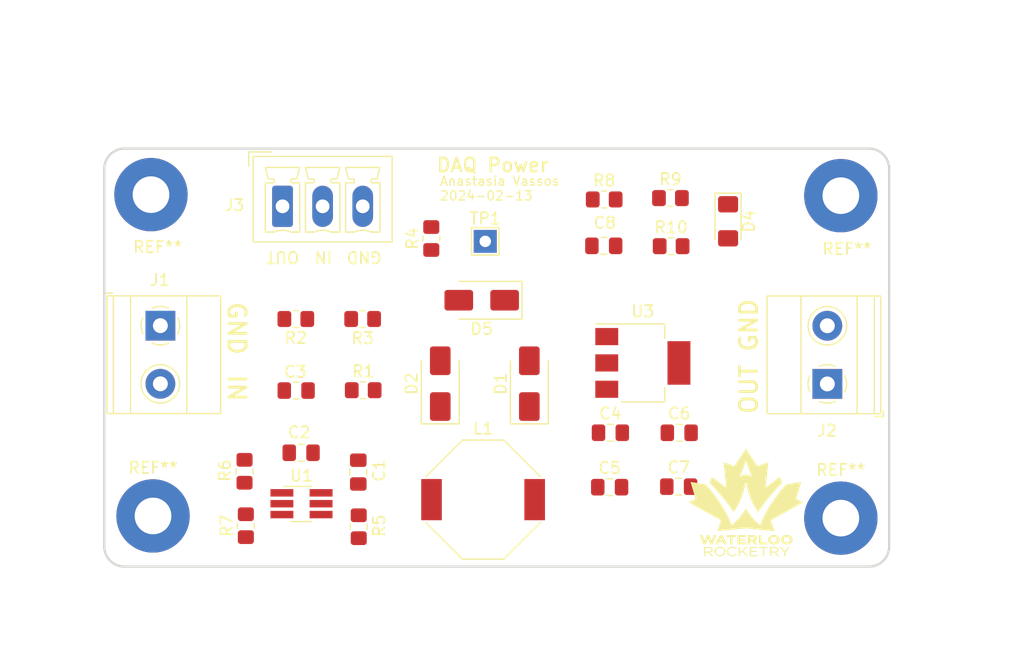
<source format=kicad_pcb>
(kicad_pcb (version 20221018) (generator pcbnew)
  (layers (0 "F.Cu" signal) (31 "B.Cu" signal) (34 "B.Paste" user) (35 "F.Paste" user) (36 "B.SilkS" user "B.Silkscreen") (37 "F.SilkS" user "F.Silkscreen") (38 "B.Mask" user) (39 "F.Mask" user) (44 "Edge.Cuts" user))
  (net 0 "")
  (net 1 "GND")
  (net 2 "+BATT")
  (net 3 "+OUT")
  (net 4 "Net-(D2-K)")
  (net 5 "Net-(U1-CB)")
  (net 6 "/buck/VOUT")
  (net 7 "Net-(D1-A)")
  (net 8 "Net-(D4-A)")
  (net 9 "Net-(J3-Pin_1)")
  (net 10 "Net-(J3-Pin_2)")
  (net 11 "Net-(U1-SHDN_N)")
  (net 12 "Net-(U1-FB)")
  (footprint "Resistor_SMD:R_0805_2012Metric_Pad1.20x1.40mm_HandSolder" (layer "F.Cu") (at 146.64 93.42)
    (fp_text reference "R8" (at 0 -1.65) (layer "F.SilkS"))
    (fp_text value "240R")
    (pad "1" smd roundrect (at -1 0) (size 1.2 1.4) (layers "F.Cu" "F.Paste" "F.Mask") (roundrect_rratio 0.208333) (net 7 "Net-(D1-A)"))
    (pad "2" smd roundrect (at 1 0) (size 1.2 1.4) (layers "F.Cu" "F.Paste" "F.Mask") (roundrect_rratio 0.208333) (net 3 "+OUT"))
  )
  (footprint "Capacitor_SMD:C_0805_2012Metric_Pad1.18x1.45mm_HandSolder" (layer "F.Cu") (at 120.1925 115.54 180)
    (fp_text reference "C2" (at 0.1675 1.786) (layer "F.SilkS"))
    (fp_text value "1uF")
    (pad "1" smd roundrect (at -1.0375 0 180) (size 1.175 1.45) (layers "F.Cu" "F.Paste" "F.Mask") (roundrect_rratio 0.212766) (net 4 "Net-(D2-K)"))
    (pad "2" smd roundrect (at 1.0375 0 180) (size 1.175 1.45) (layers "F.Cu" "F.Paste" "F.Mask") (roundrect_rratio 0.212766) (net 5 "Net-(U1-CB)"))
  )
  (footprint "Resistor_SMD:R_0805_2012Metric_Pad1.20x1.40mm_HandSolder" (layer "F.Cu") (at 131.55 96.83 90)
    (fp_text reference "R4" (at 0 -1.65 90) (layer "F.SilkS"))
    (fp_text value "10k")
    (pad "1" smd roundrect (at -1 0 90) (size 1.2 1.4) (layers "F.Cu" "F.Paste" "F.Mask") (roundrect_rratio 0.208333) (net 9 "Net-(J3-Pin_1)"))
    (pad "2" smd roundrect (at 1 0 90) (size 1.2 1.4) (layers "F.Cu" "F.Paste" "F.Mask") (roundrect_rratio 0.208333) (net 1 "GND"))
  )
  (footprint "Diode_SMD:D_SMA" (layer "F.Cu") (at 132.334 109.506 90)
    (fp_text reference "D2" (at 0 -2.5 90) (layer "F.SilkS"))
    (fp_text value "B130-E3/5AT")
    (pad "1" smd roundrect (at -2 0 90) (size 2.5 1.8) (layers "F.Cu" "F.Paste" "F.Mask") (roundrect_rratio 0.1388888889) (net 4 "Net-(D2-K)"))
    (pad "2" smd roundrect (at 2 0 90) (size 2.5 1.8) (layers "F.Cu" "F.Paste" "F.Mask") (roundrect_rratio 0.1388888889) (net 1 "GND"))
  )
  (footprint "Resistor_SMD:R_0805_2012Metric_Pad1.20x1.40mm_HandSolder" (layer "F.Cu") (at 152.48 97.5)
    (fp_text reference "R10" (at 0 -1.65) (layer "F.SilkS"))
    (fp_text value "_k")
    (pad "1" smd roundrect (at -1 0) (size 1.2 1.4) (layers "F.Cu" "F.Paste" "F.Mask") (roundrect_rratio 0.208333) (net 3 "+OUT"))
    (pad "2" smd roundrect (at 1 0) (size 1.2 1.4) (layers "F.Cu" "F.Paste" "F.Mask") (roundrect_rratio 0.208333) (net 8 "Net-(D4-A)"))
  )
  (footprint "Resistor_SMD:R_0805_2012Metric_Pad1.20x1.40mm_HandSolder" (layer "F.Cu") (at 115.37 121.91 90)
    (fp_text reference "R7" (at -0.01 -1.675 90) (layer "F.SilkS"))
    (fp_text value "10k")
    (pad "1" smd roundrect (at -1 0 90) (size 1.2 1.4) (layers "F.Cu" "F.Paste" "F.Mask") (roundrect_rratio 0.208333) (net 12 "Net-(U1-FB)"))
    (pad "2" smd roundrect (at 1 0 90) (size 1.2 1.4) (layers "F.Cu" "F.Paste" "F.Mask") (roundrect_rratio 0.208333) (net 1 "GND"))
  )
  (footprint "Inductor_SMD:L_Bourns-SRU1028_10.0x10.0mm" (layer "F.Cu") (at 136.072 119.634)
    (fp_text reference "L1" (at 0 -6.2) (layer "F.SilkS"))
    (fp_text value "22uH")
    (pad "1" smd rect (at -4.5 0) (size 1.8 3.6) (layers "F.Cu" "F.Paste" "F.Mask") (net 4 "Net-(D2-K)"))
    (pad "2" smd rect (at 4.5 0) (size 1.8 3.6) (layers "F.Cu" "F.Paste" "F.Mask") (net 6 "/buck/VOUT"))
  )
  (footprint "Resistor_SMD:R_0805_2012Metric_Pad1.20x1.40mm_HandSolder" (layer "F.Cu") (at 125.56 103.86)
    (fp_text reference "R3" (at 0 1.68) (layer "F.SilkS"))
    (fp_text value "20k")
    (pad "1" smd roundrect (at -1 0) (size 1.2 1.4) (layers "F.Cu" "F.Paste" "F.Mask") (roundrect_rratio 0.208333) (net 9 "Net-(J3-Pin_1)"))
    (pad "2" smd roundrect (at 1 0) (size 1.2 1.4) (layers "F.Cu" "F.Paste" "F.Mask") (roundrect_rratio 0.208333) (net 3 "+OUT"))
  )
  (footprint "Diode_SMD:D_1206_3216Metric_Pad1.42x1.75mm_HandSolder" (layer "F.Cu") (at 157.45 95.3275 -90)
    (fp_text reference "D4" (at 0 -1.82 90) (layer "F.SilkS"))
    (fp_text value "LED")
    (pad "1" smd roundrect (at -1.4875 0 270) (size 1.425 1.75) (layers "F.Cu" "F.Paste" "F.Mask") (roundrect_rratio 0.175439) (net 1 "GND"))
    (pad "2" smd roundrect (at 1.4875 0 270) (size 1.425 1.75) (layers "F.Cu" "F.Paste" "F.Mask") (roundrect_rratio 0.175439) (net 8 "Net-(D4-A)"))
  )
  (footprint "Capacitor_SMD:C_0805_2012Metric_Pad1.18x1.45mm_HandSolder" (layer "F.Cu") (at 153.1405 118.502)
    (fp_text reference "C7" (at 0 -1.68) (layer "F.SilkS"))
    (fp_text value "1uF")
    (pad "1" smd roundrect (at -1.0375 0) (size 1.175 1.45) (layers "F.Cu" "F.Paste" "F.Mask") (roundrect_rratio 0.212766) (net 3 "+OUT"))
    (pad "2" smd roundrect (at 1.0375 0) (size 1.175 1.45) (layers "F.Cu" "F.Paste" "F.Mask") (roundrect_rratio 0.212766) (net 1 "GND"))
  )
  (footprint "Capacitor_SMD:C_0805_2012Metric_Pad1.18x1.45mm_HandSolder" (layer "F.Cu") (at 153.1867 113.7972)
    (fp_text reference "C6" (at 0 -1.68) (layer "F.SilkS"))
    (fp_text value "10uF")
    (pad "1" smd roundrect (at -1.0375 0) (size 1.175 1.45) (layers "F.Cu" "F.Paste" "F.Mask") (roundrect_rratio 0.212766) (net 3 "+OUT"))
    (pad "2" smd roundrect (at 1.0375 0) (size 1.175 1.45) (layers "F.Cu" "F.Paste" "F.Mask") (roundrect_rratio 0.212766) (net 1 "GND"))
  )
  (footprint "rlcs:rocketry_logo_small" (layer "F.Cu") (at 159.004 119.888)
    (fp_text reference "G***" hide)
    (fp_text value "LOGO" hide)
  )
  (footprint "Package_TO_SOT_SMD:TSOT-23-6_HandSoldering" (layer "F.Cu") (at 120.225 119.99)
    (fp_text reference "U1" (at 0 -2.45) (layer "F.SilkS"))
    (fp_text value "LV2862YDDCR")
    (pad "1" smd rect (at -1.71 -0.95) (size 2 0.65) (layers "F.Cu" "F.Paste" "F.Mask") (net 5 "Net-(U1-CB)"))
    (pad "2" smd rect (at -1.71 0) (size 2 0.65) (layers "F.Cu" "F.Paste" "F.Mask") (net 1 "GND"))
    (pad "3" smd rect (at -1.71 0.95) (size 2 0.65) (layers "F.Cu" "F.Paste" "F.Mask") (net 12 "Net-(U1-FB)"))
    (pad "4" smd rect (at 1.71 0.95) (size 2 0.65) (layers "F.Cu" "F.Paste" "F.Mask") (net 11 "Net-(U1-SHDN_N)"))
    (pad "5" smd rect (at 1.71 0) (size 2 0.65) (layers "F.Cu" "F.Paste" "F.Mask") (net 2 "+BATT"))
    (pad "6" smd rect (at 1.71 -0.95) (size 2 0.65) (layers "F.Cu" "F.Paste" "F.Mask") (net 4 "Net-(D2-K)"))
  )
  (footprint "Diode_SMD:D_SMA" (layer "F.Cu") (at 135.95 102.22 180)
    (fp_text reference "D5" (at 0 -2.5) (layer "F.SilkS"))
    (fp_text value "US1A")
    (pad "1" smd roundrect (at -2 0 180) (size 2.5 1.8) (layers "F.Cu" "F.Paste" "F.Mask") (roundrect_rratio 0.1388888889) (net 6 "/buck/VOUT"))
    (pad "2" smd roundrect (at 2 0 180) (size 2.5 1.8) (layers "F.Cu" "F.Paste" "F.Mask") (roundrect_rratio 0.1388888889) (net 3 "+OUT"))
  )
  (footprint "Capacitor_SMD:C_0805_2012Metric_Pad1.18x1.45mm_HandSolder" (layer "F.Cu") (at 125.18 117.23 90)
    (fp_text reference "C1" (at 0.136 1.82 90) (layer "F.SilkS"))
    (fp_text value "10uF")
    (pad "1" smd roundrect (at -1.0375 0 90) (size 1.175 1.45) (layers "F.Cu" "F.Paste" "F.Mask") (roundrect_rratio 0.212766) (net 2 "+BATT"))
    (pad "2" smd roundrect (at 1.0375 0 90) (size 1.175 1.45) (layers "F.Cu" "F.Paste" "F.Mask") (roundrect_rratio 0.212766) (net 1 "GND"))
  )
  (footprint "Capacitor_SMD:C_0805_2012Metric_Pad1.18x1.45mm_HandSolder" (layer "F.Cu") (at 146.6025 97.47 180)
    (fp_text reference "C8" (at -0.0925 2.01) (layer "F.SilkS"))
    (fp_text value "10uF")
    (pad "1" smd roundrect (at -1.0375 0 180) (size 1.175 1.45) (layers "F.Cu" "F.Paste" "F.Mask") (roundrect_rratio 0.212766) (net 1 "GND"))
    (pad "2" smd roundrect (at 1.0375 0 180) (size 1.175 1.45) (layers "F.Cu" "F.Paste" "F.Mask") (roundrect_rratio 0.212766) (net 7 "Net-(D1-A)"))
  )
  (footprint "Capacitor_SMD:C_0805_2012Metric_Pad1.18x1.45mm_HandSolder" (layer "F.Cu") (at 119.76 110.11 180)
    (fp_text reference "C3" (at 0.07 1.64) (layer "F.SilkS"))
    (fp_text value "20uF")
    (pad "1" smd roundrect (at -1.0375 0 180) (size 1.175 1.45) (layers "F.Cu" "F.Paste" "F.Mask") (roundrect_rratio 0.212766) (net 6 "/buck/VOUT"))
    (pad "2" smd roundrect (at 1.0375 0 180) (size 1.175 1.45) (layers "F.Cu" "F.Paste" "F.Mask") (roundrect_rratio 0.212766) (net 1 "GND"))
  )
  (footprint "Capacitor_SMD:C_0805_2012Metric_Pad1.18x1.45mm_HandSolder" (layer "F.Cu") (at 147.1161 118.547)
    (fp_text reference "C5" (at 0 -1.68) (layer "F.SilkS"))
    (fp_text value "0.1uF")
    (pad "1" smd roundrect (at -1.0375 0) (size 1.175 1.45) (layers "F.Cu" "F.Paste" "F.Mask") (roundrect_rratio 0.212766) (net 6 "/buck/VOUT"))
    (pad "2" smd roundrect (at 1.0375 0) (size 1.175 1.45) (layers "F.Cu" "F.Paste" "F.Mask") (roundrect_rratio 0.212766) (net 1 "GND"))
  )
  (footprint "Resistor_SMD:R_0805_2012Metric_Pad1.20x1.40mm_HandSolder" (layer "F.Cu") (at 125.22 122 -90)
    (fp_text reference "R5" (at -0.08 -1.78 90) (layer "F.SilkS"))
    (fp_text value "100k")
    (pad "1" smd roundrect (at -1 0 270) (size 1.2 1.4) (layers "F.Cu" "F.Paste" "F.Mask") (roundrect_rratio 0.208333) (net 2 "+BATT"))
    (pad "2" smd roundrect (at 1 0 270) (size 1.2 1.4) (layers "F.Cu" "F.Paste" "F.Mask") (roundrect_rratio 0.208333) (net 11 "Net-(U1-SHDN_N)"))
  )
  (footprint "Connector_Phoenix_MC:PhoenixContact_MCV_1,5_3-G-3.5_1x03_P3.50mm_Vertical" (layer "F.Cu") (at 118.57 94.02)
    (fp_text reference "J3" (at -4.191 -0.1016) (layer "F.SilkS"))
    (fp_text value "Screw_Terminal_01x03")
    (pad "1" thru_hole roundrect (at 0 0) (size 1.8 3.6) (drill 1.2) (layers "*.Cu" "*.Mask") (roundrect_rratio 0.138889) (net 9 "Net-(J3-Pin_1)"))
    (pad "2" thru_hole oval (at 3.5 0) (size 1.8 3.6) (drill 1.2) (layers "*.Cu" "*.Mask") (net 10 "Net-(J3-Pin_2)"))
    (pad "3" thru_hole oval (at 7 0) (size 1.8 3.6) (drill 1.2) (layers "*.Cu" "*.Mask") (net 1 "GND"))
  )
  (footprint "Capacitor_SMD:C_0805_2012Metric_Pad1.18x1.45mm_HandSolder" (layer "F.Cu") (at 147.1805 113.792)
    (fp_text reference "C4" (at 0 -1.68) (layer "F.SilkS"))
    (fp_text value "10uF")
    (pad "1" smd roundrect (at -1.0375 0) (size 1.175 1.45) (layers "F.Cu" "F.Paste" "F.Mask") (roundrect_rratio 0.212766) (net 6 "/buck/VOUT"))
    (pad "2" smd roundrect (at 1.0375 0) (size 1.175 1.45) (layers "F.Cu" "F.Paste" "F.Mask") (roundrect_rratio 0.212766) (net 1 "GND"))
  )
  (footprint "MountingHole:MountingHole_3.2mm_M3_Pad" (layer "F.Cu") (at 167.29 121.25)
    (fp_text reference "REF**" (at 0 -4.2) (layer "F.SilkS"))
    (fp_text value "MountingHole_3.2mm_M3_Pad")
    (pad "1" thru_hole circle (at 0 0) (size 6.4 6.4) (drill 3.2) (layers "*.Cu" "*.Mask"))
  )
  (footprint "Resistor_SMD:R_0805_2012Metric_Pad1.20x1.40mm_HandSolder" (layer "F.Cu") (at 152.42 93.3)
    (fp_text reference "R9" (at 0 -1.65) (layer "F.SilkS"))
    (fp_text value "_k")
    (pad "1" smd roundrect (at -1 0) (size 1.2 1.4) (layers "F.Cu" "F.Paste" "F.Mask") (roundrect_rratio 0.208333) (net 7 "Net-(D1-A)"))
    (pad "2" smd roundrect (at 1 0) (size 1.2 1.4) (layers "F.Cu" "F.Paste" "F.Mask") (roundrect_rratio 0.208333) (net 1 "GND"))
  )
  (footprint "Resistor_SMD:R_0805_2012Metric_Pad1.20x1.40mm_HandSolder" (layer "F.Cu") (at 119.73 103.86 180)
    (fp_text reference "R2" (at 0 -1.65) (layer "F.SilkS"))
    (fp_text value "10k")
    (pad "1" smd roundrect (at -1 0 180) (size 1.2 1.4) (layers "F.Cu" "F.Paste" "F.Mask") (roundrect_rratio 0.208333) (net 10 "Net-(J3-Pin_2)"))
    (pad "2" smd roundrect (at 1 0 180) (size 1.2 1.4) (layers "F.Cu" "F.Paste" "F.Mask") (roundrect_rratio 0.208333) (net 1 "GND"))
  )
  (footprint "Resistor_SMD:R_0805_2012Metric_Pad1.20x1.40mm_HandSolder" (layer "F.Cu") (at 115.255 117.16 -90)
    (fp_text reference "R6" (at -0.066 1.717 90) (layer "F.SilkS"))
    (fp_text value "277.58k")
    (pad "1" smd roundrect (at -1 0 270) (size 1.2 1.4) (layers "F.Cu" "F.Paste" "F.Mask") (roundrect_rratio 0.208333) (net 6 "/buck/VOUT"))
    (pad "2" smd roundrect (at 1 0 270) (size 1.2 1.4) (layers "F.Cu" "F.Paste" "F.Mask") (roundrect_rratio 0.208333) (net 12 "Net-(U1-FB)"))
  )
  (footprint "Diode_SMD:D_SMA" (layer "F.Cu") (at 140.1064 109.506 90)
    (fp_text reference "D1" (at 0 -2.5 90) (layer "F.SilkS"))
    (fp_text value "US1A")
    (pad "1" smd roundrect (at -2 0 90) (size 2.5 1.8) (layers "F.Cu" "F.Paste" "F.Mask") (roundrect_rratio 0.1388888889) (net 3 "+OUT"))
    (pad "2" smd roundrect (at 2 0 90) (size 2.5 1.8) (layers "F.Cu" "F.Paste" "F.Mask") (roundrect_rratio 0.1388888889) (net 7 "Net-(D1-A)"))
  )
  (footprint "MountingHole:MountingHole_3.2mm_M3_Pad" (layer "F.Cu") (at 107.27 121.06)
    (fp_text reference "REF**" (at 0 -4.2) (layer "F.SilkS"))
    (fp_text value "MountingHole_3.2mm_M3_Pad")
    (pad "1" thru_hole circle (at 0 0) (size 6.4 6.4) (drill 3.2) (layers "*.Cu" "*.Mask"))
  )
  (footprint "Package_TO_SOT_SMD:SOT-223-3_TabPin2" (layer "F.Cu") (at 150.012 107.696)
    (fp_text reference "U3" (at 0 -4.5) (layer "F.SilkS"))
    (fp_text value "LM317MDCYR")
    (pad "1" smd rect (at -3.15 -2.3) (size 2 1.5) (layers "F.Cu" "F.Paste" "F.Mask") (net 7 "Net-(D1-A)"))
    (pad "2" smd rect (at -3.15 0) (size 2 1.5) (layers "F.Cu" "F.Paste" "F.Mask") (net 3 "+OUT"))
    (pad "2" smd rect (at 3.15 0) (size 2 3.8) (layers "F.Cu" "F.Paste" "F.Mask") (net 3 "+OUT"))
    (pad "3" smd rect (at -3.15 2.3) (size 2 1.5) (layers "F.Cu" "F.Paste" "F.Mask") (net 6 "/buck/VOUT"))
  )
  (footprint "MountingHole:MountingHole_3.2mm_M3_Pad" (layer "F.Cu") (at 107.09 93)
    (fp_text reference "REF**" (at 0.5842 4.572) (layer "F.SilkS"))
    (fp_text value "MountingHole_3.2mm_M3_Pad")
    (pad "1" thru_hole circle (at 0 0) (size 6.4 6.4) (drill 3.2) (layers "*.Cu" "*.Mask"))
  )
  (footprint "Resistor_SMD:R_0805_2012Metric_Pad1.20x1.40mm_HandSolder" (layer "F.Cu") (at 125.61 110.08)
    (fp_text reference "R1" (at 0 -1.65) (layer "F.SilkS"))
    (fp_text value "20k")
    (pad "1" smd roundrect (at -1 0) (size 1.2 1.4) (layers "F.Cu" "F.Paste" "F.Mask") (roundrect_rratio 0.208333) (net 10 "Net-(J3-Pin_2)"))
    (pad "2" smd roundrect (at 1 0) (size 1.2 1.4) (layers "F.Cu" "F.Paste" "F.Mask") (roundrect_rratio 0.208333) (net 2 "+BATT"))
  )
  (footprint "TerminalBlock_Phoenix:TerminalBlock_Phoenix_MKDS-1,5-2-5.08_1x02_P5.08mm_Horizontal" (layer "F.Cu") (at 166.11 109.53 90)
    (fp_text reference "J2" (at -4.08 -0.02 180) (layer "F.SilkS"))
    (fp_text value "Screw_Terminal_01x02")
    (pad "1" thru_hole rect (at 0 0 90) (size 2.6 2.6) (drill 1.3) (layers "*.Cu" "*.Mask") (net 3 "+OUT"))
    (pad "2" thru_hole circle (at 5.08 0 90) (size 2.6 2.6) (drill 1.3) (layers "*.Cu" "*.Mask") (net 1 "GND"))
  )
  (footprint "TestPoint:TestPoint_THTPad_2.0x2.0mm_Drill1.0mm" (layer "F.Cu") (at 136.26 97.08)
    (fp_text reference "TP1" (at 0 -1.998) (layer "F.SilkS"))
    (fp_text value "TestPoint")
    (pad "1" thru_hole rect (at 0 0) (size 2 2) (drill 1) (layers "*.Cu" "*.Mask") (net 6 "/buck/VOUT"))
  )
  (footprint "TerminalBlock_Phoenix:TerminalBlock_Phoenix_MKDS-1,5-2-5.08_1x02_P5.08mm_Horizontal" (layer "F.Cu") (at 107.91 104.44 -90)
    (fp_text reference "J1" (at -3.98 0.04 -180) (layer "F.SilkS"))
    (fp_text value "Screw_Terminal_01x02")
    (pad "1" thru_hole rect (at 0 0 270) (size 2.6 2.6) (drill 1.3) (layers "*.Cu" "*.Mask") (net 1 "GND"))
    (pad "2" thru_hole circle (at 5.08 0 270) (size 2.6 2.6) (drill 1.3) (layers "*.Cu" "*.Mask") (net 2 "+BATT"))
  )
  (footprint "MountingHole:MountingHole_3.2mm_M3_Pad" (layer "F.Cu") (at 167.29 93.09)
    (fp_text reference "REF**" (at 0.5334 4.6482) (layer "F.SilkS"))
    (fp_text value "MountingHole_3.2mm_M3_Pad")
    (pad "1" thru_hole circle (at 0 0) (size 6.4 6.4) (drill 3.2) (layers "*.Cu" "*.Mask"))
  )
  (gr_arc (start 171.506024 123.720689) (mid 170.990736 124.964723) (end 169.746712 125.48) (stroke (width 0.2)) (layer "Edge.Cuts"))
  (gr_line (start 104.773288 125.48) (end 169.746712 125.48) (stroke (width 0.2)) (layer "Edge.Cuts"))
  (gr_line (start 171.506024 90.739312) (end 171.506024 123.720689) (stroke (width 0.2)) (layer "Edge.Cuts"))
  (gr_line (start 103.013977 123.720689) (end 103.013977 90.739312) (stroke (width 0.2)) (layer "Edge.Cuts"))
  (gr_arc (start 104.773288 125.48) (mid 103.529267 124.96471) (end 103.013977 123.720689) (stroke (width 0.2)) (layer "Edge.Cuts"))
  (gr_arc (start 103.013977 90.739312) (mid 103.529266 89.49529) (end 104.773288 88.98) (stroke (width 0.2)) (layer "Edge.Cuts"))
  (gr_line (start 104.773288 88.98) (end 169.746712 88.98) (stroke (width 0.2)) (layer "Edge.Cuts"))
  (gr_arc (start 169.746712 88.98) (mid 170.990703 89.495304) (end 171.506024 90.739312) (stroke (width 0.2)) (layer "Edge.Cuts"))
  (gr_text "GND" (at 159.258 104.394 90) (layer "F.SilkS") (effects (font (size 1.5 1.5) (thickness 0.25))))
  (gr_text "OUT" (at 118.588 98.46 180) (layer "F.SilkS") (effects (font (size 1 1))))
  (gr_text "DAQ Power\n" (at 136.906 90.424) (layer "F.SilkS") (effects (font (size 1.2 1.2) (thickness 0.2))))
  (gr_text "OUT" (at 159.258 109.982 90) (layer "F.SilkS") (effects (font (size 1.5 1.5) (thickness 0.25))))
  (gr_text "IN" (at 114.57 109.89 -90) (layer "F.SilkS") (effects (font (size 1.5 1.5) (thickness 0.25))))
  (gr_text "IN" (at 122.144 98.46 180) (layer "F.SilkS") (effects (font (size 1 1))))
  (gr_text "GND" (at 114.57 104.683 -90) (layer "F.SilkS") (effects (font (size 1.5 1.5) (thickness 0.25))))
  (gr_text "GND" (at 125.7 98.46 180) (layer "F.SilkS") (effects (font (size 1 1))))
  (gr_text "Anastasia Vassos\n2024-02-13" (at 132.242 92.456) (layer "F.SilkS") (effects (font (size 0.8 0.8) (thickness 0.12)) (justify left)))
)
</source>
